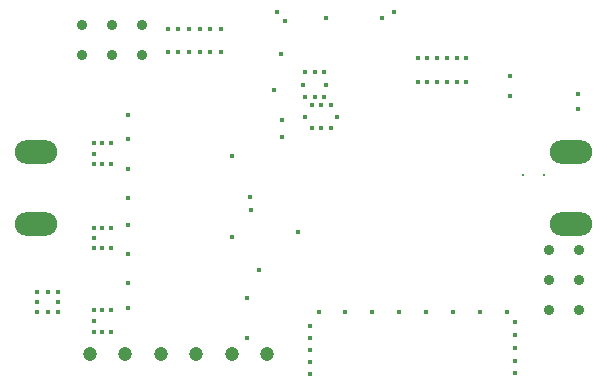
<source format=gbr>
%TF.GenerationSoftware,Altium Limited,Altium Designer,20.1.8 (145)*%
G04 Layer_Color=0*
%FSLAX45Y45*%
%MOMM*%
%TF.SameCoordinates,7C767931-0862-4B48-A7A2-9337087A75ED*%
%TF.FilePolarity,Positive*%
%TF.FileFunction,Plated,1,4,PTH,Drill*%
%TF.Part,Single*%
G01*
G75*
%TA.AperFunction,OtherDrill,Free Pad (2.325mm,13.45mm)*%
%ADD82O,3.60000X2.00000*%
%TA.AperFunction,OtherDrill,Free Pad (47.675mm,13.45mm)*%
%ADD83O,3.60000X2.00000*%
%TA.AperFunction,ComponentDrill*%
%ADD84C,0.90000*%
%ADD85C,0.90000*%
%ADD86C,1.20000*%
%TA.AperFunction,OtherDrill,Free Pad (47.675mm,19.55mm)*%
%ADD87O,3.60000X2.00000*%
%TA.AperFunction,OtherDrill,Free Pad (2.325mm,19.55mm)*%
%ADD88O,3.60000X2.00000*%
%TA.AperFunction,OtherDrill,Pad Free-AGND_TIE (23.102mm,27.828mm)*%
%ADD89C,0.40000*%
%TA.AperFunction,ViaDrill,NotFilled*%
%ADD90C,0.40000*%
%ADD91C,0.30000*%
D82*
X232500Y1345042D02*
D03*
D83*
X4767500D02*
D03*
D84*
X4580860Y1125020D02*
D03*
Y871020D02*
D03*
Y617020D02*
D03*
X4834860D02*
D03*
Y871020D02*
D03*
Y1125020D02*
D03*
D85*
X1135263Y2774187D02*
D03*
X881263D02*
D03*
X627263D02*
D03*
Y3028187D02*
D03*
X881263D02*
D03*
X1135263D02*
D03*
D86*
X2190834Y241300D02*
D03*
X1290834D02*
D03*
X1590834D02*
D03*
X1890834D02*
D03*
X690880D02*
D03*
X990880D02*
D03*
D87*
X4767500Y1955020D02*
D03*
D88*
X232500D02*
D03*
D89*
X2310171Y2782808D02*
D03*
D90*
X2345977Y3063865D02*
D03*
X3164955Y3088932D02*
D03*
X3266047Y3140829D02*
D03*
X2675159Y2633240D02*
D03*
X2050518Y1578682D02*
D03*
X2569835Y2349602D02*
D03*
X2732395D02*
D03*
X2651115D02*
D03*
X2552034Y173797D02*
D03*
Y275291D02*
D03*
X2316823Y2226081D02*
D03*
X2253546Y2478694D02*
D03*
X2316823Y2084368D02*
D03*
X3465551Y2552274D02*
D03*
X3548213D02*
D03*
Y2749454D02*
D03*
X3465551D02*
D03*
X3713537Y2552274D02*
D03*
X3796199D02*
D03*
Y2749454D02*
D03*
X3713537D02*
D03*
X3878861Y2552274D02*
D03*
Y2749454D02*
D03*
X3630875Y2552274D02*
D03*
Y2749454D02*
D03*
X1011197Y635946D02*
D03*
X418989Y598298D02*
D03*
X246527D02*
D03*
X418989Y768591D02*
D03*
X246527D02*
D03*
X332909Y597334D02*
D03*
Y768591D02*
D03*
X418989Y682174D02*
D03*
X246527D02*
D03*
X1800827Y3000409D02*
D03*
X1710601D02*
D03*
X1620375D02*
D03*
X1530148D02*
D03*
X1439922D02*
D03*
X1349696D02*
D03*
X1894508Y1238215D02*
D03*
X1892300Y1922780D02*
D03*
X4244480Y2597005D02*
D03*
Y2427278D02*
D03*
X2688694Y3087156D02*
D03*
X2272071Y3143426D02*
D03*
X1349696Y2800467D02*
D03*
X1439922D02*
D03*
X1530148D02*
D03*
X1620375D02*
D03*
X1710601D02*
D03*
X1800827D02*
D03*
X2651115Y2157719D02*
D03*
X2732395D02*
D03*
X2569835D02*
D03*
X2512599Y2419373D02*
D03*
X2593879D02*
D03*
X2675159D02*
D03*
X2552034Y72304D02*
D03*
X3081820Y604320D02*
D03*
X2854312D02*
D03*
X2626804D02*
D03*
X3309329D02*
D03*
X3536837D02*
D03*
X3764345D02*
D03*
X3991854D02*
D03*
X4219362D02*
D03*
X4291495Y80349D02*
D03*
Y188827D02*
D03*
Y297305D02*
D03*
Y405784D02*
D03*
Y514262D02*
D03*
X2552034Y478277D02*
D03*
Y376784D02*
D03*
X2514977Y2253660D02*
D03*
X2787254D02*
D03*
X2493879Y2526059D02*
D03*
X2693879D02*
D03*
X866101Y2029040D02*
D03*
X796176D02*
D03*
X726251D02*
D03*
Y1940250D02*
D03*
Y1851460D02*
D03*
X796176D02*
D03*
X866101D02*
D03*
X2512599Y2633240D02*
D03*
X2593879D02*
D03*
X2058138Y1461312D02*
D03*
X4825823Y2317340D02*
D03*
Y2442918D02*
D03*
X2120158Y958265D02*
D03*
X2020038Y384697D02*
D03*
X1011197Y849972D02*
D03*
Y1095462D02*
D03*
Y2065969D02*
D03*
Y2267553D02*
D03*
Y1813725D02*
D03*
Y1338692D02*
D03*
Y1569389D02*
D03*
X726251Y1226536D02*
D03*
Y1139380D02*
D03*
Y1313692D02*
D03*
Y525690D02*
D03*
Y431800D02*
D03*
Y619580D02*
D03*
X2455722Y1280354D02*
D03*
X2020038Y722094D02*
D03*
X796176Y1313692D02*
D03*
X866101D02*
D03*
Y432080D02*
D03*
X796176Y619580D02*
D03*
X866101D02*
D03*
Y1139380D02*
D03*
X796176D02*
D03*
Y431800D02*
D03*
D91*
X4357950Y1759236D02*
D03*
X4535750Y1761776D02*
D03*
%TF.MD5,1e33651a5ddc6e690a2ac1797094947b*%
M02*

</source>
